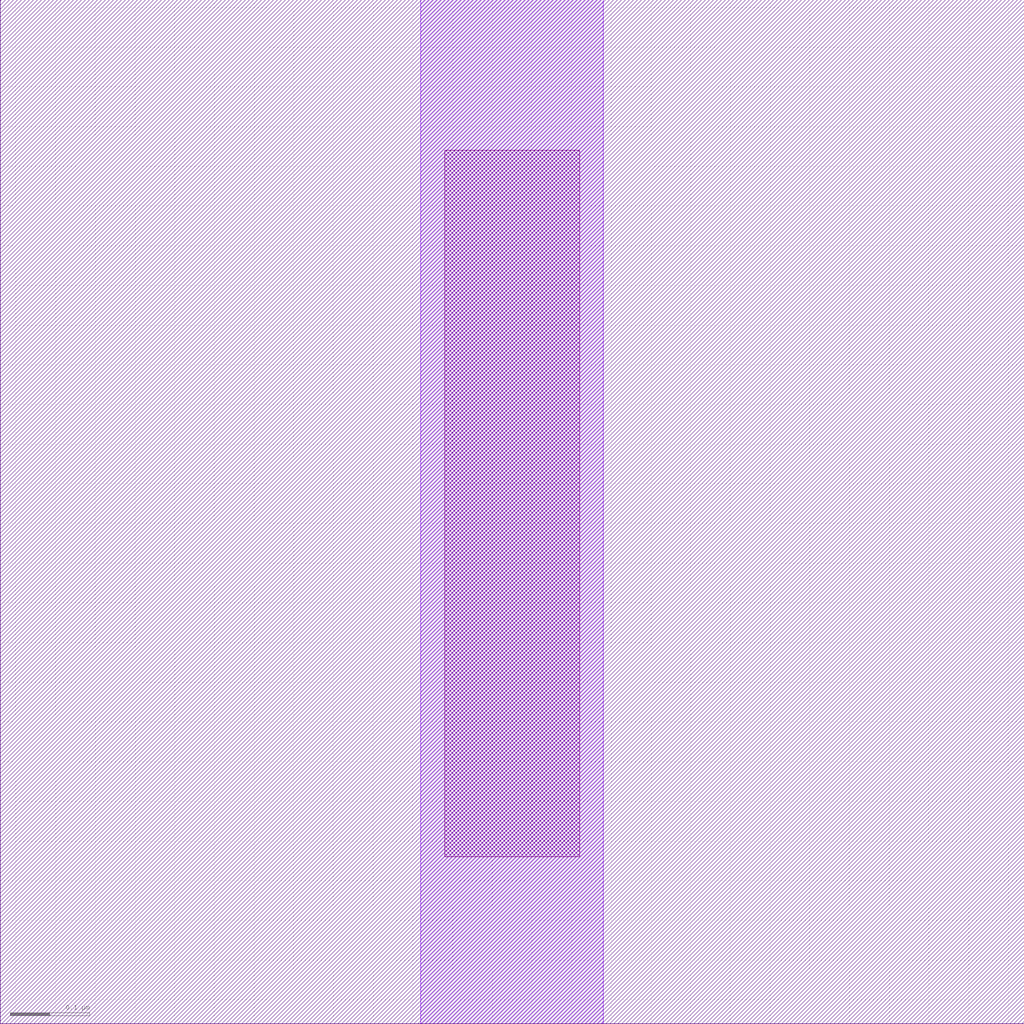
<source format=lef>
VERSION 5.7 ;
  NOWIREEXTENSIONATPIN ON ;
  DIVIDERCHAR "/" ;
  BUSBITCHARS "[]" ;
UNITS
  DATABASE MICRONS 200 ;
END UNITS

LAYER via2
  TYPE CUT ;
END via2

LAYER via
  TYPE CUT ;
END via

LAYER nwell
  TYPE MASTERSLICE ;
END nwell

LAYER via3
  TYPE CUT ;
END via3

LAYER pwell
  TYPE MASTERSLICE ;
END pwell

LAYER via4
  TYPE CUT ;
END via4

LAYER mcon
  TYPE CUT ;
END mcon

LAYER met6
  TYPE ROUTING ;
  WIDTH 0.030000 ;
  SPACING 0.040000 ;
  DIRECTION HORIZONTAL ;
END met6

LAYER met1
  TYPE ROUTING ;
  WIDTH 0.140000 ;
  SPACING 0.140000 ;
  DIRECTION HORIZONTAL ;
END met1

LAYER met3
  TYPE ROUTING ;
  WIDTH 0.300000 ;
  SPACING 0.300000 ;
  DIRECTION HORIZONTAL ;
END met3

LAYER met2
  TYPE ROUTING ;
  WIDTH 0.140000 ;
  SPACING 0.140000 ;
  DIRECTION HORIZONTAL ;
END met2

LAYER met4
  TYPE ROUTING ;
  WIDTH 0.300000 ;
  SPACING 0.300000 ;
  DIRECTION HORIZONTAL ;
END met4

LAYER met5
  TYPE ROUTING ;
  WIDTH 1.600000 ;
  SPACING 1.600000 ;
  DIRECTION HORIZONTAL ;
END met5

LAYER li1
  TYPE ROUTING ;
  WIDTH 0.170000 ;
  SPACING 0.170000 ;
  DIRECTION HORIZONTAL ;
END li1

MACRO sky130_hilas_nOverlapCap01
  CLASS BLOCK ;
  FOREIGN sky130_hilas_nOverlapCap01 ;
  ORIGIN 0.620 0.430 ;
  SIZE 1.290 BY 1.290 ;
  OBS
      LAYER li1 ;
        RECT -0.060 -0.220 0.110 0.670 ;
      LAYER met1 ;
        RECT -0.090 -0.430 0.140 0.860 ;
  END
END sky130_hilas_nOverlapCap01
END LIBRARY


</source>
